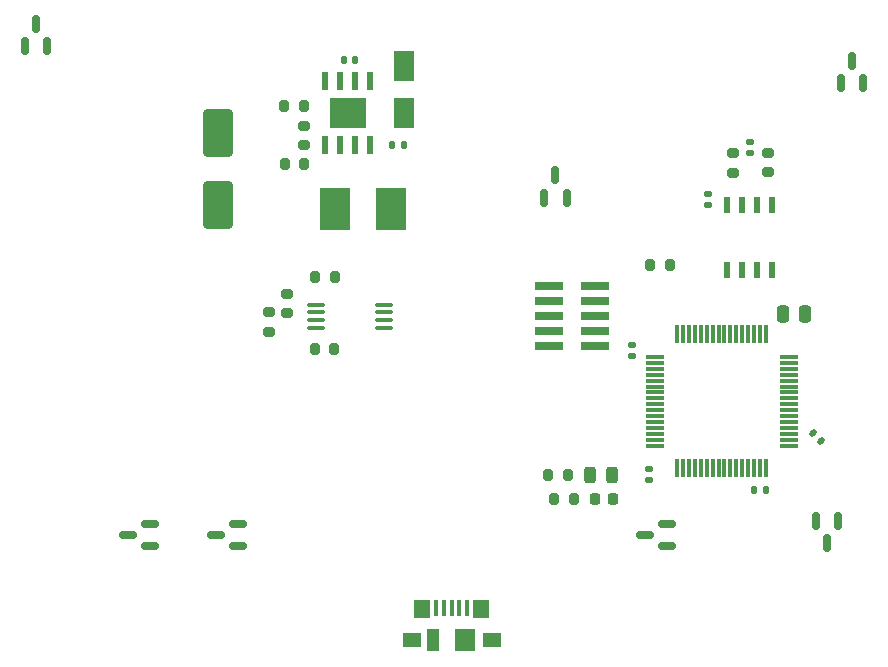
<source format=gbr>
%TF.GenerationSoftware,KiCad,Pcbnew,(6.0.1)*%
%TF.CreationDate,2022-01-27T11:52:20-05:00*%
%TF.ProjectId,SteeringHardware,53746565-7269-46e6-9748-617264776172,rev?*%
%TF.SameCoordinates,Original*%
%TF.FileFunction,Paste,Bot*%
%TF.FilePolarity,Positive*%
%FSLAX46Y46*%
G04 Gerber Fmt 4.6, Leading zero omitted, Abs format (unit mm)*
G04 Created by KiCad (PCBNEW (6.0.1)) date 2022-01-27 11:52:20*
%MOMM*%
%LPD*%
G01*
G04 APERTURE LIST*
G04 Aperture macros list*
%AMRoundRect*
0 Rectangle with rounded corners*
0 $1 Rounding radius*
0 $2 $3 $4 $5 $6 $7 $8 $9 X,Y pos of 4 corners*
0 Add a 4 corners polygon primitive as box body*
4,1,4,$2,$3,$4,$5,$6,$7,$8,$9,$2,$3,0*
0 Add four circle primitives for the rounded corners*
1,1,$1+$1,$2,$3*
1,1,$1+$1,$4,$5*
1,1,$1+$1,$6,$7*
1,1,$1+$1,$8,$9*
0 Add four rect primitives between the rounded corners*
20,1,$1+$1,$2,$3,$4,$5,0*
20,1,$1+$1,$4,$5,$6,$7,0*
20,1,$1+$1,$6,$7,$8,$9,0*
20,1,$1+$1,$8,$9,$2,$3,0*%
G04 Aperture macros list end*
%ADD10R,1.800000X2.500000*%
%ADD11RoundRect,0.140000X0.170000X-0.140000X0.170000X0.140000X-0.170000X0.140000X-0.170000X-0.140000X0*%
%ADD12R,0.450000X1.380000*%
%ADD13R,1.800000X1.900000*%
%ADD14R,1.425000X1.550000*%
%ADD15R,1.650000X1.300000*%
%ADD16R,1.000000X1.900000*%
%ADD17RoundRect,0.150000X0.150000X-0.587500X0.150000X0.587500X-0.150000X0.587500X-0.150000X-0.587500X0*%
%ADD18RoundRect,0.150000X-0.150000X0.587500X-0.150000X-0.587500X0.150000X-0.587500X0.150000X0.587500X0*%
%ADD19RoundRect,0.150000X0.587500X0.150000X-0.587500X0.150000X-0.587500X-0.150000X0.587500X-0.150000X0*%
%ADD20RoundRect,0.200000X-0.200000X-0.275000X0.200000X-0.275000X0.200000X0.275000X-0.200000X0.275000X0*%
%ADD21RoundRect,0.200000X0.275000X-0.200000X0.275000X0.200000X-0.275000X0.200000X-0.275000X-0.200000X0*%
%ADD22RoundRect,0.100000X-0.637500X-0.100000X0.637500X-0.100000X0.637500X0.100000X-0.637500X0.100000X0*%
%ADD23R,0.600000X1.400000*%
%ADD24RoundRect,0.243750X-0.243750X-0.456250X0.243750X-0.456250X0.243750X0.456250X-0.243750X0.456250X0*%
%ADD25RoundRect,0.218750X-0.218750X-0.256250X0.218750X-0.256250X0.218750X0.256250X-0.218750X0.256250X0*%
%ADD26RoundRect,0.250000X-0.250000X-0.475000X0.250000X-0.475000X0.250000X0.475000X-0.250000X0.475000X0*%
%ADD27RoundRect,0.140000X-0.219203X-0.021213X-0.021213X-0.219203X0.219203X0.021213X0.021213X0.219203X0*%
%ADD28RoundRect,0.075000X0.700000X0.075000X-0.700000X0.075000X-0.700000X-0.075000X0.700000X-0.075000X0*%
%ADD29RoundRect,0.075000X0.075000X0.700000X-0.075000X0.700000X-0.075000X-0.700000X0.075000X-0.700000X0*%
%ADD30RoundRect,0.200000X0.200000X0.275000X-0.200000X0.275000X-0.200000X-0.275000X0.200000X-0.275000X0*%
%ADD31RoundRect,0.140000X-0.170000X0.140000X-0.170000X-0.140000X0.170000X-0.140000X0.170000X0.140000X0*%
%ADD32R,0.600000X1.550000*%
%ADD33R,3.100000X2.600000*%
%ADD34RoundRect,0.140000X0.140000X0.170000X-0.140000X0.170000X-0.140000X-0.170000X0.140000X-0.170000X0*%
%ADD35RoundRect,0.140000X-0.140000X-0.170000X0.140000X-0.170000X0.140000X0.170000X-0.140000X0.170000X0*%
%ADD36RoundRect,0.250000X1.000000X-1.750000X1.000000X1.750000X-1.000000X1.750000X-1.000000X-1.750000X0*%
%ADD37R,2.500000X3.600000*%
%ADD38R,2.400000X0.740000*%
G04 APERTURE END LIST*
D10*
%TO.C,D201*%
X164200000Y-70400000D03*
X164200000Y-74400000D03*
%TD*%
D11*
%TO.C,C1*%
X189900000Y-82195000D03*
X189900000Y-81235000D03*
%TD*%
%TO.C,C2*%
X193500000Y-77795000D03*
X193500000Y-76835000D03*
%TD*%
D12*
%TO.C,J2*%
X169500000Y-116340000D03*
X168850000Y-116340000D03*
X168200000Y-116340000D03*
X167550000Y-116340000D03*
X166900000Y-116340000D03*
D13*
X169350000Y-119000000D03*
D14*
X165712500Y-116425000D03*
D15*
X164825000Y-119000000D03*
D16*
X166650000Y-119000000D03*
D14*
X170687500Y-116425000D03*
D15*
X171575000Y-119000000D03*
%TD*%
D17*
%TO.C,Q1*%
X133950000Y-68737500D03*
X132050000Y-68737500D03*
X133000000Y-66862500D03*
%TD*%
%TO.C,Q2*%
X203050000Y-71837500D03*
X201150000Y-71837500D03*
X202100000Y-69962500D03*
%TD*%
D18*
%TO.C,Q3*%
X199050000Y-108962500D03*
X200950000Y-108962500D03*
X200000000Y-110837500D03*
%TD*%
D19*
%TO.C,Q4*%
X142637500Y-109150000D03*
X142637500Y-111050000D03*
X140762500Y-110100000D03*
%TD*%
%TO.C,Q5*%
X150137500Y-109150000D03*
X150137500Y-111050000D03*
X148262500Y-110100000D03*
%TD*%
%TO.C,Q6*%
X186437500Y-109150000D03*
X186437500Y-111050000D03*
X184562500Y-110100000D03*
%TD*%
D20*
%TO.C,R1*%
X176387500Y-105000000D03*
X178037500Y-105000000D03*
%TD*%
%TO.C,R9*%
X156587500Y-94400000D03*
X158237500Y-94400000D03*
%TD*%
D21*
%TO.C,R10*%
X152700000Y-92912500D03*
X152700000Y-91262500D03*
%TD*%
%TO.C,R11*%
X192000000Y-79437500D03*
X192000000Y-77787500D03*
%TD*%
%TO.C,R12*%
X195000000Y-79412500D03*
X195000000Y-77762500D03*
%TD*%
%TO.C,R13*%
X154300000Y-91337500D03*
X154300000Y-89687500D03*
%TD*%
D20*
%TO.C,R14*%
X156662500Y-88300000D03*
X158312500Y-88300000D03*
%TD*%
D22*
%TO.C,U3*%
X156737500Y-92575000D03*
X156737500Y-91925000D03*
X156737500Y-91275000D03*
X156737500Y-90625000D03*
X162462500Y-90625000D03*
X162462500Y-91275000D03*
X162462500Y-91925000D03*
X162462500Y-92575000D03*
%TD*%
D23*
%TO.C,U4*%
X195340000Y-87700000D03*
X194070000Y-87700000D03*
X192800000Y-87700000D03*
X191530000Y-87700000D03*
X191530000Y-82200000D03*
X192800000Y-82200000D03*
X194070000Y-82200000D03*
X195340000Y-82200000D03*
%TD*%
D24*
%TO.C,D1*%
X179900000Y-105000000D03*
X181775000Y-105000000D03*
%TD*%
D25*
%TO.C,D2*%
X180312500Y-107100000D03*
X181887500Y-107100000D03*
%TD*%
D20*
%TO.C,R2*%
X176887500Y-107100000D03*
X178537500Y-107100000D03*
%TD*%
D17*
%TO.C,Q7*%
X177925000Y-81550000D03*
X176025000Y-81550000D03*
X176975000Y-79675000D03*
%TD*%
D26*
%TO.C,C305*%
X196250000Y-91400000D03*
X198150000Y-91400000D03*
%TD*%
D27*
%TO.C,C302*%
X198760589Y-101460589D03*
X199439411Y-102139411D03*
%TD*%
D28*
%TO.C,U301*%
X196725000Y-95050000D03*
X196725000Y-95550000D03*
X196725000Y-96050000D03*
X196725000Y-96550000D03*
X196725000Y-97050000D03*
X196725000Y-97550000D03*
X196725000Y-98050000D03*
X196725000Y-98550000D03*
X196725000Y-99050000D03*
X196725000Y-99550000D03*
X196725000Y-100050000D03*
X196725000Y-100550000D03*
X196725000Y-101050000D03*
X196725000Y-101550000D03*
X196725000Y-102050000D03*
X196725000Y-102550000D03*
D29*
X194800000Y-104475000D03*
X194300000Y-104475000D03*
X193800000Y-104475000D03*
X193300000Y-104475000D03*
X192800000Y-104475000D03*
X192300000Y-104475000D03*
X191800000Y-104475000D03*
X191300000Y-104475000D03*
X190800000Y-104475000D03*
X190300000Y-104475000D03*
X189800000Y-104475000D03*
X189300000Y-104475000D03*
X188800000Y-104475000D03*
X188300000Y-104475000D03*
X187800000Y-104475000D03*
X187300000Y-104475000D03*
D28*
X185375000Y-102550000D03*
X185375000Y-102050000D03*
X185375000Y-101550000D03*
X185375000Y-101050000D03*
X185375000Y-100550000D03*
X185375000Y-100050000D03*
X185375000Y-99550000D03*
X185375000Y-99050000D03*
X185375000Y-98550000D03*
X185375000Y-98050000D03*
X185375000Y-97550000D03*
X185375000Y-97050000D03*
X185375000Y-96550000D03*
X185375000Y-96050000D03*
X185375000Y-95550000D03*
X185375000Y-95050000D03*
D29*
X187300000Y-93125000D03*
X187800000Y-93125000D03*
X188300000Y-93125000D03*
X188800000Y-93125000D03*
X189300000Y-93125000D03*
X189800000Y-93125000D03*
X190300000Y-93125000D03*
X190800000Y-93125000D03*
X191300000Y-93125000D03*
X191800000Y-93125000D03*
X192300000Y-93125000D03*
X192800000Y-93125000D03*
X193300000Y-93125000D03*
X193800000Y-93125000D03*
X194300000Y-93125000D03*
X194800000Y-93125000D03*
%TD*%
D30*
%TO.C,R301*%
X186650000Y-87300000D03*
X185000000Y-87300000D03*
%TD*%
D31*
%TO.C,C301*%
X184900000Y-104520000D03*
X184900000Y-105480000D03*
%TD*%
D11*
%TO.C,C304*%
X183500000Y-95000000D03*
X183500000Y-94040000D03*
%TD*%
D20*
%TO.C,R201*%
X154075000Y-78700000D03*
X155725000Y-78700000D03*
%TD*%
D21*
%TO.C,R202*%
X155700000Y-77100000D03*
X155700000Y-75450000D03*
%TD*%
D32*
%TO.C,U201*%
X161305000Y-77100000D03*
X160035000Y-77100000D03*
X158765000Y-77100000D03*
X157495000Y-77100000D03*
X157495000Y-71700000D03*
X158765000Y-71700000D03*
X160035000Y-71700000D03*
X161305000Y-71700000D03*
D33*
X159400000Y-74400000D03*
%TD*%
D34*
%TO.C,C201*%
X160030000Y-69900000D03*
X159070000Y-69900000D03*
%TD*%
D35*
%TO.C,C303*%
X193820000Y-106300000D03*
X194780000Y-106300000D03*
%TD*%
D36*
%TO.C,C203*%
X148400000Y-82200000D03*
X148400000Y-76100000D03*
%TD*%
D30*
%TO.C,R203*%
X155675000Y-73800000D03*
X154025000Y-73800000D03*
%TD*%
D37*
%TO.C,L201*%
X158350000Y-82500000D03*
X163050000Y-82500000D03*
%TD*%
D34*
%TO.C,C202*%
X164130000Y-77100000D03*
X163170000Y-77100000D03*
%TD*%
D38*
%TO.C,J301*%
X176450000Y-94140000D03*
X180350000Y-94140000D03*
X176450000Y-92870000D03*
X180350000Y-92870000D03*
X176450000Y-91600000D03*
X180350000Y-91600000D03*
X176450000Y-90330000D03*
X180350000Y-90330000D03*
X176450000Y-89060000D03*
X180350000Y-89060000D03*
%TD*%
M02*

</source>
